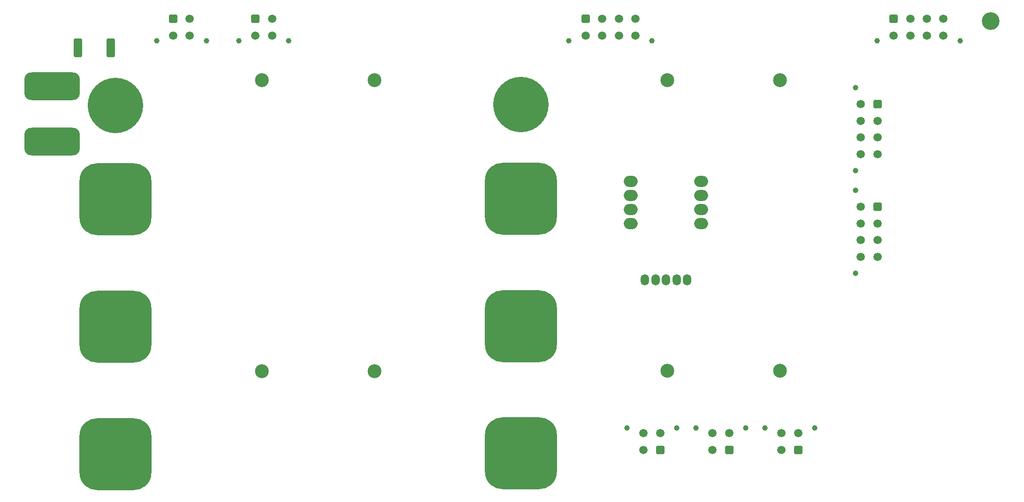
<source format=gbr>
%TF.GenerationSoftware,KiCad,Pcbnew,(6.0.1)*%
%TF.CreationDate,2022-06-01T15:29:15+03:00*%
%TF.ProjectId,Power,506f7765-722e-46b6-9963-61645f706362,rev?*%
%TF.SameCoordinates,Original*%
%TF.FileFunction,Soldermask,Top*%
%TF.FilePolarity,Negative*%
%FSLAX46Y46*%
G04 Gerber Fmt 4.6, Leading zero omitted, Abs format (unit mm)*
G04 Created by KiCad (PCBNEW (6.0.1)) date 2022-06-01 15:29:15*
%MOMM*%
%LPD*%
G01*
G04 APERTURE LIST*
G04 Aperture macros list*
%AMRoundRect*
0 Rectangle with rounded corners*
0 $1 Rounding radius*
0 $2 $3 $4 $5 $6 $7 $8 $9 X,Y pos of 4 corners*
0 Add a 4 corners polygon primitive as box body*
4,1,4,$2,$3,$4,$5,$6,$7,$8,$9,$2,$3,0*
0 Add four circle primitives for the rounded corners*
1,1,$1+$1,$2,$3*
1,1,$1+$1,$4,$5*
1,1,$1+$1,$6,$7*
1,1,$1+$1,$8,$9*
0 Add four rect primitives between the rounded corners*
20,1,$1+$1,$2,$3,$4,$5,0*
20,1,$1+$1,$4,$5,$6,$7,0*
20,1,$1+$1,$6,$7,$8,$9,0*
20,1,$1+$1,$8,$9,$2,$3,0*%
G04 Aperture macros list end*
%ADD10C,1.000000*%
%ADD11RoundRect,0.250001X-0.499999X0.499999X-0.499999X-0.499999X0.499999X-0.499999X0.499999X0.499999X0*%
%ADD12C,1.500000*%
%ADD13RoundRect,0.250001X0.499999X0.499999X-0.499999X0.499999X-0.499999X-0.499999X0.499999X-0.499999X0*%
%ADD14RoundRect,1.250000X3.750000X-1.250000X3.750000X1.250000X-3.750000X1.250000X-3.750000X-1.250000X0*%
%ADD15C,10.000000*%
%ADD16RoundRect,3.250000X-3.250000X-3.250000X3.250000X-3.250000X3.250000X3.250000X-3.250000X3.250000X0*%
%ADD17RoundRect,0.249999X-0.512501X-1.425001X0.512501X-1.425001X0.512501X1.425001X-0.512501X1.425001X0*%
%ADD18C,2.500000*%
%ADD19RoundRect,0.250001X-0.499999X-0.499999X0.499999X-0.499999X0.499999X0.499999X-0.499999X0.499999X0*%
%ADD20C,3.200000*%
%ADD21O,2.500000X2.000000*%
%ADD22O,1.500000X2.000000*%
G04 APERTURE END LIST*
D10*
%TO.C,J3*%
X214560000Y-84956000D03*
X214560000Y-99956000D03*
D11*
X218500000Y-87956000D03*
D12*
X218500000Y-90956000D03*
X218500000Y-93956000D03*
X218500000Y-96956000D03*
X215500000Y-87956000D03*
X215500000Y-90956000D03*
X215500000Y-93956000D03*
X215500000Y-96956000D03*
%TD*%
D10*
%TO.C,J9*%
X194746000Y-127886000D03*
X185746000Y-127886000D03*
D13*
X191746000Y-131826000D03*
D12*
X188746000Y-131826000D03*
X191746000Y-128826000D03*
X188746000Y-128826000D03*
%TD*%
D14*
%TO.C,L1*%
X69596000Y-76120000D03*
X69596000Y-66120000D03*
%TD*%
D10*
%TO.C,J10*%
X173300000Y-127886000D03*
X182300000Y-127886000D03*
D13*
X179300000Y-131826000D03*
D12*
X176300000Y-131826000D03*
X179300000Y-128826000D03*
X176300000Y-128826000D03*
%TD*%
D15*
%TO.C,D2*%
X81026000Y-69596000D03*
D16*
X81026000Y-86596000D03*
X81026000Y-109596000D03*
X81026000Y-132596000D03*
%TD*%
D17*
%TO.C,F1*%
X74228500Y-59182000D03*
X80203500Y-59182000D03*
%TD*%
D18*
%TO.C,C24*%
X200894000Y-65031000D03*
X180594000Y-65031000D03*
X180594000Y-117531000D03*
X200894000Y-117531000D03*
%TD*%
D10*
%TO.C,J1*%
X97440000Y-57940000D03*
X88440000Y-57940000D03*
D19*
X91440000Y-54000000D03*
D12*
X94440000Y-54000000D03*
X91440000Y-57000000D03*
X94440000Y-57000000D03*
%TD*%
D10*
%TO.C,J6*%
X177840000Y-57940000D03*
X162840000Y-57940000D03*
D19*
X165840000Y-54000000D03*
D12*
X168840000Y-54000000D03*
X171840000Y-54000000D03*
X174840000Y-54000000D03*
X165840000Y-57000000D03*
X168840000Y-57000000D03*
X171840000Y-57000000D03*
X174840000Y-57000000D03*
%TD*%
D20*
%TO.C,H3*%
X238948000Y-54356000D03*
%TD*%
D10*
%TO.C,J8*%
X207192000Y-127886000D03*
X198192000Y-127886000D03*
D13*
X204192000Y-131826000D03*
D12*
X201192000Y-131826000D03*
X204192000Y-128826000D03*
X201192000Y-128826000D03*
%TD*%
D18*
%TO.C,C21*%
X107462000Y-117595000D03*
X127762000Y-117595000D03*
X107462000Y-65095000D03*
X127762000Y-65095000D03*
%TD*%
D10*
%TO.C,J4*%
X214560000Y-66414000D03*
X214560000Y-81414000D03*
D11*
X218500000Y-69414000D03*
D12*
X218500000Y-72414000D03*
X218500000Y-75414000D03*
X218500000Y-78414000D03*
X215500000Y-69414000D03*
X215500000Y-72414000D03*
X215500000Y-75414000D03*
X215500000Y-78414000D03*
%TD*%
D15*
%TO.C,D1*%
X154178000Y-69474000D03*
D16*
X154178000Y-86474000D03*
X154178000Y-109474000D03*
X154178000Y-132474000D03*
%TD*%
D10*
%TO.C,J5*%
X233414000Y-57940000D03*
X218414000Y-57940000D03*
D19*
X221414000Y-54000000D03*
D12*
X224414000Y-54000000D03*
X227414000Y-54000000D03*
X230414000Y-54000000D03*
X221414000Y-57000000D03*
X224414000Y-57000000D03*
X227414000Y-57000000D03*
X230414000Y-57000000D03*
%TD*%
D10*
%TO.C,J2*%
X103262000Y-57940000D03*
X112262000Y-57940000D03*
D19*
X106262000Y-54000000D03*
D12*
X109262000Y-54000000D03*
X106262000Y-57000000D03*
X109262000Y-57000000D03*
%TD*%
D21*
%TO.C,D4*%
X186690000Y-83312000D03*
X186690000Y-85852000D03*
X186690000Y-88392000D03*
X186690000Y-90932000D03*
X173990000Y-83312000D03*
X173990000Y-85852000D03*
X173990000Y-88392000D03*
X173990000Y-90932000D03*
D22*
X184150000Y-101102000D03*
X182245000Y-101102000D03*
X180340000Y-101102000D03*
X178435000Y-101102000D03*
X176530000Y-101102000D03*
%TD*%
M02*

</source>
